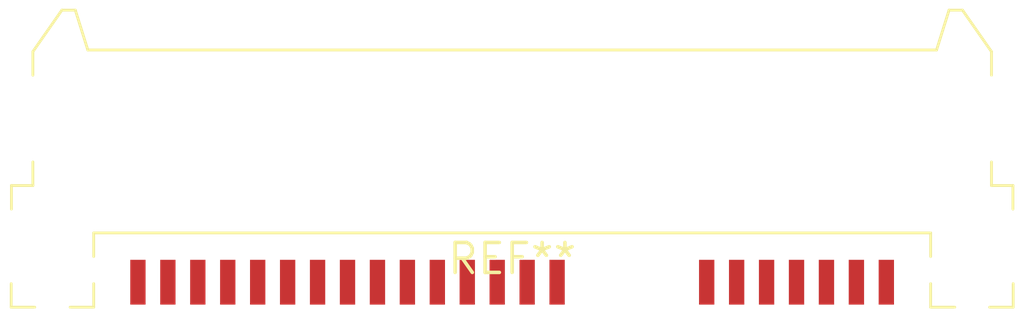
<source format=kicad_pcb>
(kicad_pcb (version 20240108) (generator pcbnew)
  (layers (0 "F.Cu" signal) (31 "B.Cu" signal) (34 "B.Paste" user) (35 "F.Paste" user) (36 "B.SilkS" user "B.Silkscreen") (37 "F.SilkS" user "F.Silkscreen") (38 "B.Mask" user) (39 "F.Mask" user) (44 "Edge.Cuts" user))
  (net 0 "")
  (footprint "SATA_Amphenol_10029364-001LF_Horizontal" (layer "F.Cu") (at 0 0)
    (property "Reference" "REF**")
    (property "Value" "SATA_Amphenol_10029364-001LF_Horizontal")
    (fp_line (start -21.25 1.05508) (end -21.25 2.05508) (layer "F.SilkS") (stroke (width 0.12)))
    (fp_line (start -21.25 2.05508) (end -20.25 2.05508) (layer "F.SilkS") (stroke (width 0.12)))
    (fp_line (start -21.24 -3.10492) (end -21.24 -2.10492) (layer "F.SilkS") (stroke (width 0.12)))
    (fp_line (start -21.24 -3.10492) (end -20.33 -3.10492) (layer "F.SilkS") (stroke (width 0.12)))
    (fp_line (start -20.33 -8.78492) (end -20.33 -7.78492) (layer "F.SilkS") (stroke (width 0.12)))
    (fp_line (start -20.33 -8.78492) (end -19.1 -10.54492) (layer "F.SilkS") (stroke (width 0.12)))
    (fp_line (start -20.33 -3.10492) (end -20.33 -4.10492) (layer "F.SilkS") (stroke (width 0.12)))
    (fp_line (start -19.1 -10.54492) (end -18.53 -10.54492) (layer "F.SilkS") (stroke (width 0.12)))
    (fp_line (start -18.75 2.05508) (end -17.75 2.05508) (layer "F.SilkS") (stroke (width 0.12)))
    (fp_line (start -18 -8.85492) (end -18.53 -10.54492) (layer "F.SilkS") (stroke (width 0.12)))
    (fp_line (start -17.75 -1.09492) (end -17.75 -0.09492) (layer "F.SilkS") (stroke (width 0.12)))
    (fp_line (start -17.75 1.05508) (end -17.75 2.05508) (layer "F.SilkS") (stroke (width 0.12)))
    (fp_line (start 17.75 -1.09492) (end -17.75 -1.09492) (layer "F.SilkS") (stroke (width 0.12)))
    (fp_line (start 17.75 -1.09492) (end 17.75 -0.09492) (layer "F.SilkS") (stroke (width 0.12)))
    (fp_line (start 17.75 1.05508) (end 17.75 2.05508) (layer "F.SilkS") (stroke (width 0.12)))
    (fp_line (start 18 -8.85492) (end -18 -8.85492) (layer "F.SilkS") (stroke (width 0.12)))
    (fp_line (start 18 -8.85492) (end 18.53 -10.54492) (layer "F.SilkS") (stroke (width 0.12)))
    (fp_line (start 18.77314 2.05486) (end 17.75 2.05508) (layer "F.SilkS") (stroke (width 0.12)))
    (fp_line (start 19.1 -10.54492) (end 18.53 -10.54492) (layer "F.SilkS") (stroke (width 0.12)))
    (fp_line (start 20.33 -8.78492) (end 19.1 -10.54492) (layer "F.SilkS") (stroke (width 0.12)))
    (fp_line (start 20.33 -8.78492) (end 20.33 -7.78492) (layer "F.SilkS") (stroke (width 0.12)))
    (fp_line (start 20.33 -3.10492) (end 20.33 -4.10492) (layer "F.SilkS") (stroke (width 0.12)))
    (fp_line (start 21.24 -3.10492) (end 20.33 -3.10492) (layer "F.SilkS") (stroke (width 0.12)))
    (fp_line (start 21.24 -3.10492) (end 21.24 -2.10492) (layer "F.SilkS") (stroke (width 0.12)))
    (fp_line (start 21.25 1.05508) (end 21.25 2.05508) (layer "F.SilkS") (stroke (width 0.12)))
    (fp_line (start 21.25 2.05508) (end 20.25 2.05508) (layer "F.SilkS") (stroke (width 0.12)))
    (pad "" np_thru_hole circle (at -18.4 0.65508) (size 1.2 1.2) (drill 1.2) (layers *.Mask "B.Cu"))
    (pad "" np_thru_hole circle (at 18.4 0.65508) (size 0.9 0.9) (drill 0.9) (layers *.Mask "B.Cu"))
    (pad "MP" thru_hole circle (at -20 -1.14492) (size 1.6 1.6) (drill 1.2) (layers *.Cu *.Mask) (remove_unused_layers))
    (pad "MP" thru_hole circle (at 20 -1.14492) (size 1.6 1.6) (drill 1.2) (layers *.Cu *.Mask) (remove_unused_layers))
    (pad "P1" smd rect (at 1.905 0.99508) (size 0.65 1.9) (layers "F.Cu" "F.Paste" "F.Mask"))
    (pad "P2" smd rect (at 0.635 0.99508) (size 0.65 1.9) (layers "F.Cu" "F.Paste" "F.Mask"))
    (pad "P3" smd rect (at -0.635 0.99508) (size 0.65 1.9) (layers "F.Cu" "F.Paste" "F.Mask"))
    (pad "P4" smd rect (at -1.905 0.99508) (size 0.65 1.9) (layers "F.Cu" "F.Paste" "F.Mask"))
    (pad "P5" smd rect (at -3.175 0.99508) (size 0.65 1.9) (layers "F.Cu" "F.Paste" "F.Mask"))
    (pad "P6" smd rect (at -4.445 0.99508) (size 0.65 1.9) (layers "F.Cu" "F.Paste" "F.Mask"))
    (pad "P7" smd rect (at -5.715 0.99508) (size 0.65 1.9) (layers "F.Cu" "F.Paste" "F.Mask"))
    (pad "P8" smd rect (at -6.985 0.99508) (size 0.65 1.9) (layers "F.Cu" "F.Paste" "F.Mask"))
    (pad "P9" smd rect (at -8.255 0.99508) (size 0.65 1.9) (layers "F.Cu" "F.Paste" "F.Mask"))
    (pad "P10" smd rect (at -9.525 0.99508) (size 0.65 1.9) (layers "F.Cu" "F.Paste" "F.Mask"))
    (pad "P11" smd rect (at -10.795 0.99508) (size 0.65 1.9) (layers "F.Cu" "F.Paste" "F.Mask"))
    (pad "P12" smd rect (at -12.065 0.99508) (size 0.65 1.9) (layers "F.Cu" "F.Paste" "F.Mask"))
    (pad "P13" smd rect (at -13.335 0.99508) (size 0.65 1.9) (layers "F.Cu" "F.Paste" "F.Mask"))
    (pad "P14" smd rect (at -14.605 0.99508) (size 0.65 1.9) (layers "F.Cu" "F.Paste" "F.Mask"))
    (pad "P15" smd rect (at -15.875 0.99508) (size 0.65 1.9) (layers "F.Cu" "F.Paste" "F.Mask"))
    (pad "S1" smd rect (at 15.87 0.99508) (size 0.65 1.9) (layers "F.Cu" "F.Paste" "F.Mask"))
    (pad "S2" smd rect (at 14.6 0.99508) (size 0.65 1.9) (layers "F.Cu" "F.Paste" "F.Mask"))
    (pad "S3" smd rect (at 13.33 0.99508) (size 0.65 1.9) (layers "F.Cu" "F.Paste" "F.Mask"))
    (pad "S4" smd rect (at 12.06 0.99508) (size 0.65 1.9) (layers "F.Cu" "F.Paste" "F.Mask"))
    (pad "S5" smd rect (at 10.79 0.99508) (size 0.65 1.9) (layers "F.Cu" "F.Paste" "F.Mask"))
    (pad "S6" smd rect (at 9.52 0.99508) (size 0.65 1.9) (layers "F.Cu" "F.Paste" "F.Mask"))
    (pad "S7" smd rect (at 8.25 0.99508) (size 0.65 1.9) (layers "F.Cu" "F.Paste" "F.Mask"))
  )
)
</source>
